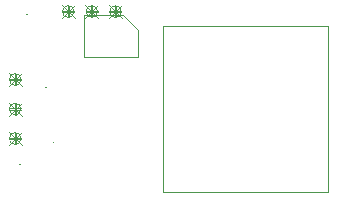
<source format=gbr>
%TF.GenerationSoftware,KiCad,Pcbnew,9.0.0*%
%TF.CreationDate,2025-09-23T18:18:50+01:00*%
%TF.ProjectId,vm_keycap_button_0.4,766d5f6b-6579-4636-9170-5f627574746f,v0.3*%
%TF.SameCoordinates,PX5742de0PY47868c0*%
%TF.FileFunction,AssemblyDrawing,Top*%
%FSLAX45Y45*%
G04 Gerber Fmt 4.5, Leading zero omitted, Abs format (unit mm)*
G04 Created by KiCad (PCBNEW 9.0.0) date 2025-09-23 18:18:50*
%MOMM*%
%LPD*%
G01*
G04 APERTURE LIST*
%ADD10C,0.100000*%
%ADD11C,0.120000*%
%ADD12C,0.075000*%
G04 APERTURE END LIST*
D10*
X-500000Y820000D02*
X-400000Y820000D01*
X-400000Y830000D02*
G75*
G02*
X-400000Y820000I0J-5000D01*
G01*
X-400000Y830000D02*
X-500000Y830000D01*
X-500000Y830000D02*
G75*
G03*
X-500000Y820000I0J-5000D01*
G01*
X-455000Y875000D02*
X-455000Y775000D01*
X-445000Y775000D02*
G75*
G02*
X-455000Y775000I-5000J0D01*
G01*
X-445000Y775000D02*
X-445000Y875000D01*
X-445000Y875000D02*
G75*
G03*
X-455000Y875000I-5000J0D01*
G01*
%TO.C,GS5*%
X-400000Y825000D02*
G75*
G02*
X-500000Y825000I-50000J0D01*
G01*
X-500000Y825000D02*
G75*
G02*
X-400000Y825000I50000J0D01*
G01*
X-400000Y825000D02*
G75*
G02*
X-500000Y825000I-50000J0D01*
G01*
X-500000Y825000D02*
G75*
G02*
X-400000Y825000I50000J0D01*
G01*
X-1350000Y245000D02*
X-1250000Y245000D01*
X-1250000Y255000D02*
G75*
G02*
X-1250000Y245000I0J-5000D01*
G01*
X-1250000Y255000D02*
X-1350000Y255000D01*
X-1350000Y255000D02*
G75*
G03*
X-1350000Y245000I0J-5000D01*
G01*
X-1305000Y300000D02*
X-1305000Y200000D01*
X-1295000Y200000D02*
G75*
G02*
X-1305000Y200000I-5000J0D01*
G01*
X-1295000Y200000D02*
X-1295000Y300000D01*
X-1295000Y300000D02*
G75*
G03*
X-1305000Y300000I-5000J0D01*
G01*
%TO.C,GS3*%
X-1250000Y250000D02*
G75*
G02*
X-1350000Y250000I-50000J0D01*
G01*
X-1350000Y250000D02*
G75*
G02*
X-1250000Y250000I50000J0D01*
G01*
X-1250000Y250000D02*
G75*
G02*
X-1350000Y250000I-50000J0D01*
G01*
X-1350000Y250000D02*
G75*
G02*
X-1250000Y250000I50000J0D01*
G01*
D11*
%TO.C,J1*%
X-718100Y799060D02*
X-387900Y799060D01*
X-718100Y443460D02*
X-718100Y799060D01*
X-387900Y799060D02*
X-260900Y672060D01*
X-260900Y672060D02*
X-260900Y443460D01*
X-260900Y443460D02*
X-718100Y443460D01*
D10*
%TO.C,SW2*%
X-50000Y700000D02*
X-50000Y-700000D01*
X-50000Y-700000D02*
X1350000Y-700000D01*
X1350000Y700000D02*
X-50000Y700000D01*
X1350000Y-700000D02*
X1350000Y700000D01*
X-700000Y820000D02*
X-600000Y820000D01*
X-600000Y830000D02*
G75*
G02*
X-600000Y820000I0J-5000D01*
G01*
X-600000Y830000D02*
X-700000Y830000D01*
X-700000Y830000D02*
G75*
G03*
X-700000Y820000I0J-5000D01*
G01*
X-655000Y875000D02*
X-655000Y775000D01*
X-645000Y775000D02*
G75*
G02*
X-655000Y775000I-5000J0D01*
G01*
X-645000Y775000D02*
X-645000Y875000D01*
X-645000Y875000D02*
G75*
G03*
X-655000Y875000I-5000J0D01*
G01*
%TO.C,GS4*%
X-600000Y825000D02*
G75*
G02*
X-700000Y825000I-50000J0D01*
G01*
X-700000Y825000D02*
G75*
G02*
X-600000Y825000I50000J0D01*
G01*
X-600000Y825000D02*
G75*
G02*
X-700000Y825000I-50000J0D01*
G01*
X-700000Y825000D02*
G75*
G02*
X-600000Y825000I50000J0D01*
G01*
%TO.C,U2*%
D12*
X-1033750Y182500D02*
G75*
G02*
X-1041250Y182500I-3750J0D01*
G01*
X-1041250Y182500D02*
G75*
G02*
X-1033750Y182500I3750J0D01*
G01*
D10*
X-900000Y820000D02*
X-800000Y820000D01*
X-800000Y830000D02*
G75*
G02*
X-800000Y820000I0J-5000D01*
G01*
X-800000Y830000D02*
X-900000Y830000D01*
X-900000Y830000D02*
G75*
G03*
X-900000Y820000I0J-5000D01*
G01*
X-855000Y875000D02*
X-855000Y775000D01*
X-845000Y775000D02*
G75*
G02*
X-855000Y775000I-5000J0D01*
G01*
X-845000Y775000D02*
X-845000Y875000D01*
X-845000Y875000D02*
G75*
G03*
X-855000Y875000I-5000J0D01*
G01*
%TO.C,GS6*%
X-800000Y825000D02*
G75*
G02*
X-900000Y825000I-50000J0D01*
G01*
X-900000Y825000D02*
G75*
G02*
X-800000Y825000I50000J0D01*
G01*
X-800000Y825000D02*
G75*
G02*
X-900000Y825000I-50000J0D01*
G01*
X-900000Y825000D02*
G75*
G02*
X-800000Y825000I50000J0D01*
G01*
%TO.C,D1*%
D12*
X-1253750Y-467500D02*
G75*
G02*
X-1261250Y-467500I-3750J0D01*
G01*
X-1261250Y-467500D02*
G75*
G02*
X-1253750Y-467500I3750J0D01*
G01*
%TO.C,U1*%
X-969250Y-287500D02*
G75*
G02*
X-976750Y-287500I-3750J0D01*
G01*
X-976750Y-287500D02*
G75*
G02*
X-969250Y-287500I3750J0D01*
G01*
D10*
X-1350000Y-255000D02*
X-1250000Y-255000D01*
X-1250000Y-245000D02*
G75*
G02*
X-1250000Y-255000I0J-5000D01*
G01*
X-1250000Y-245000D02*
X-1350000Y-245000D01*
X-1350000Y-245000D02*
G75*
G03*
X-1350000Y-255000I0J-5000D01*
G01*
X-1305000Y-200000D02*
X-1305000Y-300000D01*
X-1295000Y-300000D02*
G75*
G02*
X-1305000Y-300000I-5000J0D01*
G01*
X-1295000Y-300000D02*
X-1295000Y-200000D01*
X-1295000Y-200000D02*
G75*
G03*
X-1305000Y-200000I-5000J0D01*
G01*
%TO.C,GS2*%
X-1250000Y-250000D02*
G75*
G02*
X-1350000Y-250000I-50000J0D01*
G01*
X-1350000Y-250000D02*
G75*
G02*
X-1250000Y-250000I50000J0D01*
G01*
X-1250000Y-250000D02*
G75*
G02*
X-1350000Y-250000I-50000J0D01*
G01*
X-1350000Y-250000D02*
G75*
G02*
X-1250000Y-250000I50000J0D01*
G01*
X-1350000Y-5000D02*
X-1250000Y-5000D01*
X-1250000Y5000D02*
G75*
G02*
X-1250000Y-5000I0J-5000D01*
G01*
X-1250000Y5000D02*
X-1350000Y5000D01*
X-1350000Y5000D02*
G75*
G03*
X-1350000Y-5000I0J-5000D01*
G01*
X-1305000Y50000D02*
X-1305000Y-50000D01*
X-1295000Y-50000D02*
G75*
G02*
X-1305000Y-50000I-5000J0D01*
G01*
X-1295000Y-50000D02*
X-1295000Y50000D01*
X-1295000Y50000D02*
G75*
G03*
X-1305000Y50000I-5000J0D01*
G01*
%TO.C,GS1*%
X-1250000Y0D02*
G75*
G02*
X-1350000Y0I-50000J0D01*
G01*
X-1350000Y0D02*
G75*
G02*
X-1250000Y0I50000J0D01*
G01*
X-1250000Y0D02*
G75*
G02*
X-1350000Y0I-50000J0D01*
G01*
X-1350000Y0D02*
G75*
G02*
X-1250000Y0I50000J0D01*
G01*
%TO.C,D2*%
D12*
X-1196250Y800000D02*
G75*
G02*
X-1203750Y800000I-3750J0D01*
G01*
X-1203750Y800000D02*
G75*
G02*
X-1196250Y800000I3750J0D01*
G01*
%TD*%
D10*
X-505000Y880000D02*
X-395000Y770000D01*
X-505000Y770000D02*
X-395000Y880000D01*
X-1355000Y305000D02*
X-1245000Y195000D01*
X-1355000Y195000D02*
X-1245000Y305000D01*
X-705000Y880000D02*
X-595000Y770000D01*
X-705000Y770000D02*
X-595000Y880000D01*
X-905000Y880000D02*
X-795000Y770000D01*
X-905000Y770000D02*
X-795000Y880000D01*
X-1355000Y-195000D02*
X-1245000Y-305000D01*
X-1355000Y-305000D02*
X-1245000Y-195000D01*
X-1355000Y55000D02*
X-1245000Y-55000D01*
X-1355000Y-55000D02*
X-1245000Y55000D01*
M02*

</source>
